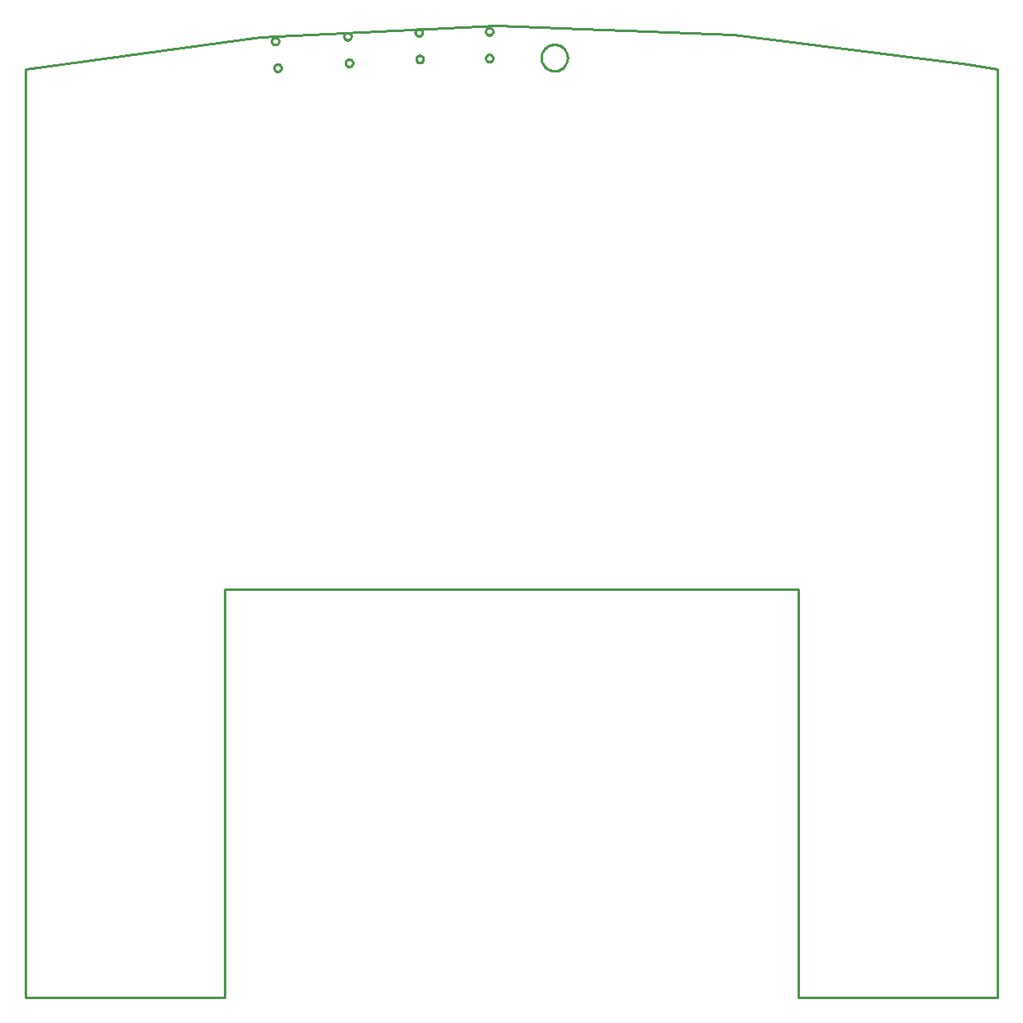
<source format=gbr>
G04 EAGLE Gerber RS-274X export*
G75*
%MOMM*%
%FSLAX34Y34*%
%LPD*%
%IN*%
%IPPOS*%
%AMOC8*
5,1,8,0,0,1.08239X$1,22.5*%
G01*
%ADD10C,0.254000*%


D10*
X0Y0D02*
X205000Y0D01*
X205000Y420000D01*
X795000Y420000D01*
X795000Y0D01*
X1000000Y0D01*
X1000000Y954849D01*
X969303Y960261D01*
X727725Y990694D01*
X484415Y999957D01*
X241223Y987978D01*
X0Y954849D01*
X0Y0D01*
X557500Y966168D02*
X557431Y965207D01*
X557294Y964252D01*
X557089Y963310D01*
X556817Y962385D01*
X556480Y961481D01*
X556080Y960604D01*
X555618Y959758D01*
X555096Y958946D01*
X554518Y958174D01*
X553887Y957446D01*
X553205Y956764D01*
X552476Y956132D01*
X551704Y955554D01*
X550893Y955033D01*
X550047Y954571D01*
X549170Y954170D01*
X548266Y953833D01*
X547341Y953562D01*
X546399Y953357D01*
X545444Y953219D01*
X544482Y953151D01*
X543518Y953151D01*
X542556Y953219D01*
X541602Y953357D01*
X540659Y953562D01*
X539734Y953833D01*
X538830Y954170D01*
X537953Y954571D01*
X537107Y955033D01*
X536296Y955554D01*
X535524Y956132D01*
X534795Y956764D01*
X534113Y957446D01*
X533482Y958174D01*
X532904Y958946D01*
X532382Y959758D01*
X531920Y960604D01*
X531520Y961481D01*
X531183Y962385D01*
X530911Y963310D01*
X530706Y964252D01*
X530569Y965207D01*
X530500Y966168D01*
X530500Y967133D01*
X530569Y968095D01*
X530706Y969049D01*
X530911Y969991D01*
X531183Y970917D01*
X531520Y971820D01*
X531920Y972697D01*
X532382Y973544D01*
X532904Y974355D01*
X533482Y975127D01*
X534113Y975856D01*
X534795Y976538D01*
X535524Y977169D01*
X536296Y977747D01*
X537107Y978268D01*
X537953Y978730D01*
X538830Y979131D01*
X539734Y979468D01*
X540659Y979740D01*
X541602Y979945D01*
X542556Y980082D01*
X543518Y980151D01*
X544482Y980151D01*
X545444Y980082D01*
X546399Y979945D01*
X547341Y979740D01*
X548266Y979468D01*
X549170Y979131D01*
X550047Y978730D01*
X550893Y978268D01*
X551704Y977747D01*
X552476Y977169D01*
X553205Y976538D01*
X553887Y975856D01*
X554518Y975127D01*
X555096Y974355D01*
X555618Y973544D01*
X556080Y972697D01*
X556480Y971820D01*
X556817Y970917D01*
X557089Y969991D01*
X557294Y969049D01*
X557431Y968095D01*
X557500Y967133D01*
X557500Y966168D01*
X260438Y983801D02*
X260421Y983310D01*
X260340Y982825D01*
X260196Y982355D01*
X259993Y981908D01*
X259732Y981491D01*
X259419Y981112D01*
X259060Y980777D01*
X258660Y980491D01*
X258226Y980260D01*
X257765Y980088D01*
X257286Y979978D01*
X256797Y979930D01*
X256306Y979948D01*
X255821Y980029D01*
X255351Y980172D01*
X254903Y980376D01*
X254486Y980637D01*
X254107Y980949D01*
X253772Y981309D01*
X253486Y981709D01*
X253256Y982143D01*
X253084Y982604D01*
X252973Y983083D01*
X252926Y983572D01*
X252943Y984063D01*
X253024Y984548D01*
X253168Y985018D01*
X253372Y985465D01*
X253632Y985882D01*
X253945Y986262D01*
X254304Y986597D01*
X254705Y986882D01*
X255139Y987113D01*
X255599Y987285D01*
X256078Y987396D01*
X256567Y987443D01*
X257059Y987426D01*
X257543Y987345D01*
X258014Y987201D01*
X258461Y986997D01*
X258878Y986737D01*
X259257Y986424D01*
X259592Y986064D01*
X259878Y985664D01*
X260109Y985230D01*
X260281Y984770D01*
X260391Y984291D01*
X260438Y983801D01*
X263074Y956428D02*
X263057Y955937D01*
X262976Y955452D01*
X262832Y954982D01*
X262628Y954535D01*
X262368Y954118D01*
X262055Y953738D01*
X261696Y953403D01*
X261295Y953118D01*
X260861Y952887D01*
X260401Y952715D01*
X259922Y952604D01*
X259433Y952557D01*
X258941Y952574D01*
X258457Y952655D01*
X257986Y952799D01*
X257539Y953003D01*
X257122Y953263D01*
X256743Y953576D01*
X256408Y953936D01*
X256122Y954336D01*
X255891Y954770D01*
X255719Y955230D01*
X255609Y955709D01*
X255562Y956199D01*
X255579Y956690D01*
X255660Y957175D01*
X255804Y957645D01*
X256007Y958092D01*
X256268Y958509D01*
X256581Y958888D01*
X256940Y959223D01*
X257340Y959509D01*
X257774Y959740D01*
X258235Y959912D01*
X258714Y960022D01*
X259203Y960070D01*
X259694Y960052D01*
X260179Y959971D01*
X260649Y959828D01*
X261097Y959624D01*
X261514Y959363D01*
X261893Y959051D01*
X262228Y958691D01*
X262514Y958291D01*
X262744Y957857D01*
X262916Y957396D01*
X263027Y956917D01*
X263074Y956428D01*
X334919Y988708D02*
X334884Y988218D01*
X334786Y987736D01*
X334626Y987271D01*
X334407Y986831D01*
X334132Y986424D01*
X333806Y986055D01*
X333435Y985733D01*
X333025Y985462D01*
X332584Y985246D01*
X332117Y985090D01*
X331635Y984996D01*
X331144Y984966D01*
X330654Y985001D01*
X330172Y985099D01*
X329707Y985259D01*
X329267Y985478D01*
X328860Y985753D01*
X328492Y986079D01*
X328169Y986450D01*
X327898Y986860D01*
X327682Y987301D01*
X327526Y987768D01*
X327433Y988250D01*
X327403Y988741D01*
X327437Y989231D01*
X327535Y989713D01*
X327695Y990178D01*
X327914Y990618D01*
X328189Y991025D01*
X328515Y991393D01*
X328886Y991716D01*
X329296Y991987D01*
X329738Y992203D01*
X330204Y992359D01*
X330686Y992452D01*
X331177Y992482D01*
X331667Y992448D01*
X332149Y992350D01*
X332614Y992190D01*
X333054Y991971D01*
X333461Y991696D01*
X333829Y991370D01*
X334152Y990999D01*
X334423Y990589D01*
X334639Y990147D01*
X334795Y989681D01*
X334889Y989199D01*
X334919Y988708D01*
X336597Y961259D02*
X336563Y960769D01*
X336465Y960287D01*
X336305Y959822D01*
X336086Y959382D01*
X335811Y958975D01*
X335485Y958607D01*
X335114Y958284D01*
X334704Y958013D01*
X334262Y957797D01*
X333796Y957641D01*
X333314Y957548D01*
X332823Y957518D01*
X332333Y957552D01*
X331851Y957650D01*
X331386Y957810D01*
X330946Y958029D01*
X330539Y958304D01*
X330171Y958630D01*
X329848Y959001D01*
X329577Y959411D01*
X329361Y959853D01*
X329205Y960319D01*
X329111Y960801D01*
X329081Y961292D01*
X329116Y961782D01*
X329214Y962264D01*
X329374Y962729D01*
X329593Y963169D01*
X329868Y963576D01*
X330194Y963945D01*
X330565Y964267D01*
X330975Y964538D01*
X331416Y964754D01*
X331883Y964910D01*
X332365Y965004D01*
X332856Y965034D01*
X333346Y964999D01*
X333828Y964901D01*
X334293Y964741D01*
X334733Y964522D01*
X335140Y964247D01*
X335508Y963921D01*
X335831Y963550D01*
X336102Y963140D01*
X336318Y962699D01*
X336474Y962232D01*
X336567Y961750D01*
X336597Y961259D01*
X408276Y992627D02*
X408229Y992138D01*
X408119Y991659D01*
X407947Y991198D01*
X407716Y990764D01*
X407430Y990364D01*
X407095Y990004D01*
X406716Y989692D01*
X406299Y989431D01*
X405852Y989227D01*
X405381Y989084D01*
X404897Y989002D01*
X404405Y988985D01*
X403916Y989032D01*
X403437Y989143D01*
X402977Y989315D01*
X402543Y989546D01*
X402142Y989831D01*
X401783Y990167D01*
X401470Y990546D01*
X401210Y990963D01*
X401006Y991410D01*
X400862Y991880D01*
X400781Y992365D01*
X400764Y992856D01*
X400811Y993346D01*
X400922Y993825D01*
X401094Y994285D01*
X401324Y994719D01*
X401610Y995119D01*
X401945Y995479D01*
X402325Y995792D01*
X402741Y996052D01*
X403189Y996256D01*
X403659Y996400D01*
X404144Y996481D01*
X404635Y996498D01*
X405124Y996451D01*
X405603Y996340D01*
X406064Y996168D01*
X406498Y995937D01*
X406898Y995652D01*
X407257Y995317D01*
X407570Y994937D01*
X407831Y994520D01*
X408034Y994073D01*
X408178Y993603D01*
X408259Y993118D01*
X408276Y992627D01*
X409236Y965144D02*
X409189Y964654D01*
X409078Y964175D01*
X408906Y963715D01*
X408676Y963281D01*
X408390Y962881D01*
X408055Y962521D01*
X407675Y962208D01*
X407259Y961948D01*
X406811Y961744D01*
X406341Y961600D01*
X405856Y961519D01*
X405365Y961502D01*
X404876Y961549D01*
X404397Y961660D01*
X403936Y961832D01*
X403502Y962063D01*
X403102Y962348D01*
X402743Y962683D01*
X402430Y963063D01*
X402169Y963480D01*
X401966Y963927D01*
X401822Y964397D01*
X401741Y964882D01*
X401724Y965373D01*
X401771Y965862D01*
X401881Y966341D01*
X402053Y966802D01*
X402284Y967236D01*
X402570Y967636D01*
X402905Y967996D01*
X403284Y968308D01*
X403701Y968569D01*
X404148Y968773D01*
X404619Y968916D01*
X405103Y968998D01*
X405595Y969015D01*
X406084Y968968D01*
X406563Y968857D01*
X407023Y968685D01*
X407457Y968454D01*
X407858Y968169D01*
X408217Y967833D01*
X408530Y967454D01*
X408790Y967037D01*
X408994Y966590D01*
X409138Y966120D01*
X409219Y965635D01*
X409236Y965144D01*
X480750Y993504D02*
X480686Y993017D01*
X480559Y992542D01*
X480371Y992088D01*
X480125Y991662D01*
X479825Y991272D01*
X479478Y990925D01*
X479088Y990625D01*
X478662Y990380D01*
X478208Y990191D01*
X477733Y990064D01*
X477246Y990000D01*
X476754Y990000D01*
X476267Y990064D01*
X475792Y990191D01*
X475338Y990380D01*
X474912Y990625D01*
X474522Y990925D01*
X474175Y991272D01*
X473875Y991662D01*
X473630Y992088D01*
X473441Y992542D01*
X473314Y993017D01*
X473250Y993504D01*
X473250Y993996D01*
X473314Y994483D01*
X473441Y994958D01*
X473630Y995412D01*
X473875Y995838D01*
X474175Y996228D01*
X474522Y996575D01*
X474912Y996875D01*
X475338Y997121D01*
X475792Y997309D01*
X476267Y997436D01*
X476754Y997500D01*
X477246Y997500D01*
X477733Y997436D01*
X478208Y997309D01*
X478662Y997121D01*
X479088Y996875D01*
X479478Y996575D01*
X479825Y996228D01*
X480125Y995838D01*
X480371Y995412D01*
X480559Y994958D01*
X480686Y994483D01*
X480750Y993996D01*
X480750Y993504D01*
X480750Y966004D02*
X480686Y965517D01*
X480559Y965042D01*
X480371Y964588D01*
X480125Y964162D01*
X479825Y963772D01*
X479478Y963425D01*
X479088Y963125D01*
X478662Y962880D01*
X478208Y962691D01*
X477733Y962564D01*
X477246Y962500D01*
X476754Y962500D01*
X476267Y962564D01*
X475792Y962691D01*
X475338Y962880D01*
X474912Y963125D01*
X474522Y963425D01*
X474175Y963772D01*
X473875Y964162D01*
X473630Y964588D01*
X473441Y965042D01*
X473314Y965517D01*
X473250Y966004D01*
X473250Y966496D01*
X473314Y966983D01*
X473441Y967458D01*
X473630Y967912D01*
X473875Y968338D01*
X474175Y968728D01*
X474522Y969075D01*
X474912Y969375D01*
X475338Y969621D01*
X475792Y969809D01*
X476267Y969936D01*
X476754Y970000D01*
X477246Y970000D01*
X477733Y969936D01*
X478208Y969809D01*
X478662Y969621D01*
X479088Y969375D01*
X479478Y969075D01*
X479825Y968728D01*
X480125Y968338D01*
X480371Y967912D01*
X480559Y967458D01*
X480686Y966983D01*
X480750Y966496D01*
X480750Y966004D01*
M02*

</source>
